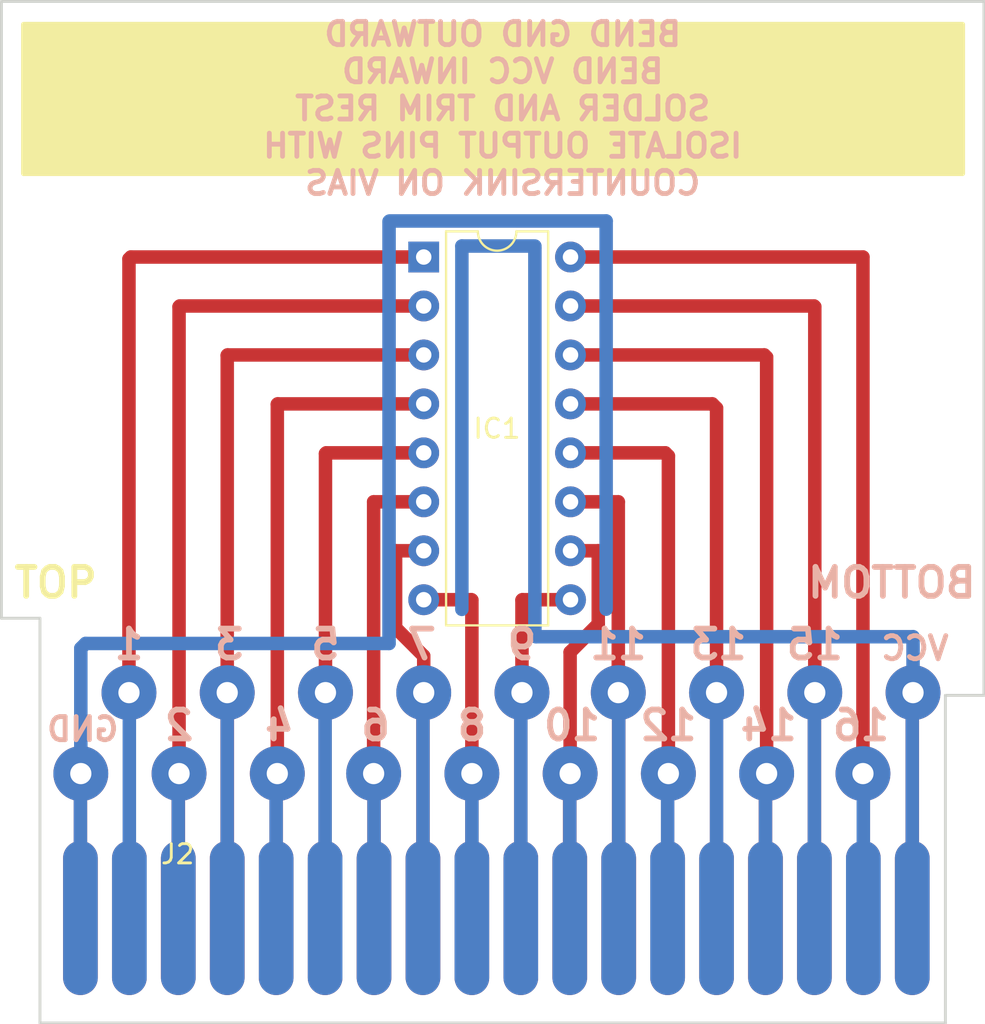
<source format=kicad_pcb>
(kicad_pcb (version 4) (host pcbnew 4.0.7)

  (general
    (links 34)
    (no_connects 0)
    (area 89.906665 90.804999 167.895001 148.115)
    (thickness 1.6)
    (drawings 29)
    (tracks 147)
    (zones 0)
    (modules 2)
    (nets 19)
  )

  (page A4)
  (layers
    (0 F.Cu signal hide)
    (31 B.Cu signal)
    (32 B.Adhes user)
    (33 F.Adhes user)
    (34 B.Paste user)
    (35 F.Paste user)
    (36 B.SilkS user)
    (37 F.SilkS user)
    (38 B.Mask user)
    (39 F.Mask user)
    (40 Dwgs.User user)
    (41 Cmts.User user)
    (42 Eco1.User user)
    (43 Eco2.User user)
    (44 Edge.Cuts user)
    (45 Margin user)
    (46 B.CrtYd user)
    (47 F.CrtYd user)
    (48 B.Fab user)
    (49 F.Fab user)
  )

  (setup
    (last_trace_width 0.7)
    (trace_clearance 0.2)
    (zone_clearance 0.508)
    (zone_45_only yes)
    (trace_min 0.2)
    (segment_width 0.2)
    (edge_width 0.15)
    (via_size 2.85)
    (via_drill 1.1)
    (via_min_size 0.4)
    (via_min_drill 0.3)
    (uvia_size 0.3)
    (uvia_drill 0.1)
    (uvias_allowed no)
    (uvia_min_size 0.2)
    (uvia_min_drill 0.1)
    (pcb_text_width 0.3)
    (pcb_text_size 1.5 1.5)
    (mod_edge_width 0.15)
    (mod_text_size 1 1)
    (mod_text_width 0.15)
    (pad_size 1.524 1.524)
    (pad_drill 0.762)
    (pad_to_mask_clearance 0.2)
    (aux_axis_origin 0 0)
    (grid_origin 116.84 91.44)
    (visible_elements 7FFFFFFF)
    (pcbplotparams
      (layerselection 0x010f0_80000001)
      (usegerberextensions false)
      (excludeedgelayer true)
      (linewidth 0.100000)
      (plotframeref false)
      (viasonmask true)
      (mode 1)
      (useauxorigin false)
      (hpglpennumber 1)
      (hpglpenspeed 20)
      (hpglpendiameter 15)
      (hpglpenoverlay 2)
      (psnegative false)
      (psa4output false)
      (plotreference true)
      (plotvalue true)
      (plotinvisibletext false)
      (padsonsilk false)
      (subtractmaskfromsilk false)
      (outputformat 1)
      (mirror false)
      (drillshape 0)
      (scaleselection 1)
      (outputdirectory gerbs/))
  )

  (net 0 "")
  (net 1 1)
  (net 2 9)
  (net 3 2)
  (net 4 10)
  (net 5 3)
  (net 6 11)
  (net 7 4)
  (net 8 12)
  (net 9 5)
  (net 10 13)
  (net 11 6)
  (net 12 14)
  (net 13 7)
  (net 14 15)
  (net 15 8)
  (net 16 16)
  (net 17 VCC)
  (net 18 GND)

  (net_class Default "This is the default net class."
    (clearance 0.2)
    (trace_width 0.7)
    (via_dia 2.85)
    (via_drill 1.1)
    (uvia_dia 0.3)
    (uvia_drill 0.1)
    (add_net 1)
    (add_net 10)
    (add_net 11)
    (add_net 12)
    (add_net 13)
    (add_net 14)
    (add_net 15)
    (add_net 16)
    (add_net 2)
    (add_net 3)
    (add_net 4)
    (add_net 5)
    (add_net 6)
    (add_net 7)
    (add_net 8)
    (add_net 9)
    (add_net GND)
    (add_net VCC)
  )

  (module Housings_DIP:DIP-16_W7.62mm (layer F.Cu) (tedit 5AC16560) (tstamp 5AC11F49)
    (at 138.74 104.14)
    (descr "16-lead though-hole mounted DIP package, row spacing 7.62 mm (300 mils)")
    (tags "THT DIP DIL PDIP 2.54mm 7.62mm 300mil")
    (path /5AC10803)
    (fp_text reference IC1 (at 3.8 8.9) (layer F.SilkS)
      (effects (font (size 1 1) (thickness 0.15)))
    )
    (fp_text value Conn_02x08_Counter_Clockwise (at -36.8 -5.5) (layer F.Fab)
      (effects (font (size 1 1) (thickness 0.15)))
    )
    (fp_arc (start 3.81 -1.33) (end 2.81 -1.33) (angle -180) (layer F.SilkS) (width 0.12))
    (fp_line (start 1.635 -1.27) (end 6.985 -1.27) (layer F.Fab) (width 0.1))
    (fp_line (start 6.985 -1.27) (end 6.985 19.05) (layer F.Fab) (width 0.1))
    (fp_line (start 6.985 19.05) (end 0.635 19.05) (layer F.Fab) (width 0.1))
    (fp_line (start 0.635 19.05) (end 0.635 -0.27) (layer F.Fab) (width 0.1))
    (fp_line (start 0.635 -0.27) (end 1.635 -1.27) (layer F.Fab) (width 0.1))
    (fp_line (start 2.81 -1.33) (end 1.16 -1.33) (layer F.SilkS) (width 0.12))
    (fp_line (start 1.16 -1.33) (end 1.16 19.11) (layer F.SilkS) (width 0.12))
    (fp_line (start 1.16 19.11) (end 6.46 19.11) (layer F.SilkS) (width 0.12))
    (fp_line (start 6.46 19.11) (end 6.46 -1.33) (layer F.SilkS) (width 0.12))
    (fp_line (start 6.46 -1.33) (end 4.81 -1.33) (layer F.SilkS) (width 0.12))
    (fp_line (start -1.1 -1.55) (end -1.1 19.3) (layer F.CrtYd) (width 0.05))
    (fp_line (start -1.1 19.3) (end 8.7 19.3) (layer F.CrtYd) (width 0.05))
    (fp_line (start 8.7 19.3) (end 8.7 -1.55) (layer F.CrtYd) (width 0.05))
    (fp_line (start 8.7 -1.55) (end -1.1 -1.55) (layer F.CrtYd) (width 0.05))
    (fp_text user %R (at 3.81 8.89) (layer F.Fab)
      (effects (font (size 1 1) (thickness 0.15)))
    )
    (pad 1 thru_hole rect (at 0 0) (size 1.6 1.6) (drill 0.8) (layers *.Cu *.Mask)
      (net 1 1))
    (pad 9 thru_hole oval (at 7.62 17.78) (size 1.6 1.6) (drill 0.8) (layers *.Cu *.Mask)
      (net 2 9))
    (pad 2 thru_hole oval (at 0 2.54) (size 1.6 1.6) (drill 0.8) (layers *.Cu *.Mask)
      (net 3 2))
    (pad 10 thru_hole oval (at 7.62 15.24) (size 1.6 1.6) (drill 0.8) (layers *.Cu *.Mask)
      (net 4 10))
    (pad 3 thru_hole oval (at 0 5.08) (size 1.6 1.6) (drill 0.8) (layers *.Cu *.Mask)
      (net 5 3))
    (pad 11 thru_hole oval (at 7.62 12.7) (size 1.6 1.6) (drill 0.8) (layers *.Cu *.Mask)
      (net 6 11))
    (pad 4 thru_hole oval (at 0 7.62) (size 1.6 1.6) (drill 0.8) (layers *.Cu *.Mask)
      (net 7 4))
    (pad 12 thru_hole oval (at 7.62 10.16) (size 1.6 1.6) (drill 0.8) (layers *.Cu *.Mask)
      (net 8 12))
    (pad 5 thru_hole oval (at 0 10.16) (size 1.6 1.6) (drill 0.8) (layers *.Cu *.Mask)
      (net 9 5))
    (pad 13 thru_hole oval (at 7.62 7.62) (size 1.6 1.6) (drill 0.8) (layers *.Cu *.Mask)
      (net 10 13))
    (pad 6 thru_hole oval (at 0 12.7) (size 1.6 1.6) (drill 0.8) (layers *.Cu *.Mask)
      (net 11 6))
    (pad 14 thru_hole oval (at 7.62 5.08) (size 1.6 1.6) (drill 0.8) (layers *.Cu *.Mask)
      (net 12 14))
    (pad 7 thru_hole oval (at 0 15.24) (size 1.6 1.6) (drill 0.8) (layers *.Cu *.Mask)
      (net 13 7))
    (pad 15 thru_hole oval (at 7.62 2.54) (size 1.6 1.6) (drill 0.8) (layers *.Cu *.Mask)
      (net 14 15))
    (pad 8 thru_hole oval (at 0 17.78) (size 1.6 1.6) (drill 0.8) (layers *.Cu *.Mask)
      (net 15 8))
    (pad 16 thru_hole oval (at 7.62 0) (size 1.6 1.6) (drill 0.8) (layers *.Cu *.Mask)
      (net 16 16))
    (model ${KISYS3DMOD}/Housings_DIP.3dshapes/DIP-16_W7.62mm.wrl
      (at (xyz 0 0 0))
      (scale (xyz 1 1 1))
      (rotate (xyz 0 0 0))
    )
  )

  (module hpedge:HP_REF_EDGE (layer F.Cu) (tedit 5AC1656A) (tstamp 5AC11F71)
    (at 120.92 138.43)
    (path /5AC13974)
    (fp_text reference J2 (at 5.05 -3.31) (layer F.SilkS)
      (effects (font (size 1 1) (thickness 0.15)))
    )
    (fp_text value ref_edge (at 23.82 8.61) (layer F.Fab)
      (effects (font (size 1 1) (thickness 0.15)))
    )
    (pad B1 connect oval (at 0 0) (size 1.8 8) (layers B.Cu B.Mask)
      (net 18 GND))
    (pad B2 connect oval (at 2.54 0) (size 1.8 8) (layers B.Cu B.Mask)
      (net 1 1))
    (pad B3 connect oval (at 5.08 0) (size 1.8 8) (layers B.Cu B.Mask)
      (net 3 2))
    (pad B4 connect oval (at 7.62 0) (size 1.8 8) (layers B.Cu B.Mask)
      (net 5 3))
    (pad B5 connect oval (at 10.16 0) (size 1.8 8) (layers B.Cu B.Mask)
      (net 7 4))
    (pad B6 connect oval (at 12.7 0) (size 1.8 8) (layers B.Cu B.Mask)
      (net 9 5))
    (pad B7 connect oval (at 15.24 0) (size 1.8 8) (layers B.Cu B.Mask)
      (net 11 6))
    (pad B8 connect oval (at 17.78 0) (size 1.8 8) (layers B.Cu B.Mask)
      (net 13 7))
    (pad B9 connect oval (at 20.32 0) (size 1.8 8) (layers B.Cu B.Mask)
      (net 15 8))
    (pad B10 connect oval (at 22.86 0) (size 1.8 8) (layers B.Cu B.Mask)
      (net 2 9))
    (pad B11 connect oval (at 25.4 0) (size 1.8 8) (layers B.Cu B.Mask)
      (net 4 10))
    (pad B12 connect oval (at 27.94 0) (size 1.8 8) (layers B.Cu B.Mask)
      (net 6 11))
    (pad B13 connect oval (at 30.48 0) (size 1.8 8) (layers B.Cu B.Mask)
      (net 8 12))
    (pad B14 connect oval (at 33.02 0) (size 1.8 8) (layers B.Cu B.Mask)
      (net 10 13))
    (pad B15 connect oval (at 35.56 0) (size 1.8 8) (layers B.Cu B.Mask)
      (net 12 14))
    (pad B16 connect oval (at 38.1 0) (size 1.8 8) (layers B.Cu B.Mask)
      (net 14 15))
    (pad B17 connect oval (at 40.64 0) (size 1.8 8) (layers B.Cu B.Mask)
      (net 16 16))
    (pad B18 connect oval (at 43.18 0) (size 1.8 8) (layers B.Cu B.Mask)
      (net 17 VCC))
    (pad A18 connect oval (at 43.18 0) (size 1.8 8) (layers F.Cu F.Mask)
      (net 17 VCC))
    (pad A17 connect oval (at 40.64 0) (size 1.8 8) (layers F.Cu F.Mask)
      (net 16 16))
    (pad A16 connect oval (at 38.1 0) (size 1.8 8) (layers F.Cu F.Mask)
      (net 14 15))
    (pad A15 connect oval (at 35.56 0) (size 1.8 8) (layers F.Cu F.Mask)
      (net 12 14))
    (pad A14 connect oval (at 33.02 0) (size 1.8 8) (layers F.Cu F.Mask)
      (net 10 13))
    (pad A13 connect oval (at 30.48 0) (size 1.8 8) (layers F.Cu F.Mask)
      (net 8 12))
    (pad A12 connect oval (at 27.94 0) (size 1.8 8) (layers F.Cu F.Mask)
      (net 6 11))
    (pad A11 connect oval (at 25.4 0) (size 1.8 8) (layers F.Cu F.Mask)
      (net 4 10))
    (pad A10 connect oval (at 22.86 0) (size 1.8 8) (layers F.Cu F.Mask)
      (net 2 9))
    (pad A9 connect oval (at 20.32 0) (size 1.8 8) (layers F.Cu F.Mask)
      (net 15 8))
    (pad A8 connect oval (at 17.78 0) (size 1.8 8) (layers F.Cu F.Mask)
      (net 13 7))
    (pad A7 connect oval (at 15.24 0) (size 1.8 8) (layers F.Cu F.Mask)
      (net 11 6))
    (pad A6 connect oval (at 12.7 0) (size 1.8 8) (layers F.Cu F.Mask)
      (net 9 5))
    (pad A5 connect oval (at 10.16 0) (size 1.8 8) (layers F.Cu F.Mask)
      (net 7 4))
    (pad A4 connect oval (at 7.62 0) (size 1.8 8) (layers F.Cu F.Mask)
      (net 5 3))
    (pad A3 connect oval (at 5.08 0) (size 1.8 8) (layers F.Cu F.Mask)
      (net 3 2))
    (pad A2 connect oval (at 2.54 0) (size 1.8 8) (layers F.Cu F.Mask)
      (net 1 1))
    (pad A1 connect oval (at 0 0) (size 1.8 8) (layers F.Cu F.Mask)
      (net 18 GND))
  )

  (gr_text "BEND GND OUTWARD\nBEND VCC INWARD\nSOLDER AND TRIM REST\nISOLATE OUTPUT PINS WITH\nCOUNTERSINK ON VIAS" (at 142.84 96.44) (layer B.SilkS)
    (effects (font (size 1.2 1.2) (thickness 0.25)) (justify mirror))
  )
  (gr_text 16 (at 161.44 128.44) (layer B.SilkS)
    (effects (font (size 1.5 1.5) (thickness 0.3)) (justify mirror))
  )
  (gr_text 15 (at 159.04 124.24) (layer B.SilkS)
    (effects (font (size 1.5 1.5) (thickness 0.3)) (justify mirror))
  )
  (gr_text 14 (at 156.64 128.44) (layer B.SilkS)
    (effects (font (size 1.5 1.5) (thickness 0.3)) (justify mirror))
  )
  (gr_text 13 (at 154.04 124.24) (layer B.SilkS)
    (effects (font (size 1.5 1.5) (thickness 0.3)) (justify mirror))
  )
  (gr_text 12 (at 151.44 128.44) (layer B.SilkS)
    (effects (font (size 1.5 1.5) (thickness 0.3)) (justify mirror))
  )
  (gr_text 11 (at 148.84 124.24) (layer B.SilkS)
    (effects (font (size 1.5 1.5) (thickness 0.3)) (justify mirror))
  )
  (gr_text 10 (at 146.44 128.44) (layer B.SilkS)
    (effects (font (size 1.5 1.5) (thickness 0.3)) (justify mirror))
  )
  (gr_text 9 (at 143.84 124.24) (layer B.SilkS)
    (effects (font (size 1.5 1.5) (thickness 0.3)) (justify mirror))
  )
  (gr_text 8 (at 141.24 128.44) (layer B.SilkS)
    (effects (font (size 1.5 1.5) (thickness 0.3)) (justify mirror))
  )
  (gr_text 7 (at 138.64 124.24) (layer B.SilkS)
    (effects (font (size 1.5 1.5) (thickness 0.3)) (justify mirror))
  )
  (gr_text 6 (at 136.24 128.44) (layer B.SilkS)
    (effects (font (size 1.5 1.5) (thickness 0.3)) (justify mirror))
  )
  (gr_text 4 (at 131.24 128.44) (layer B.SilkS)
    (effects (font (size 1.5 1.5) (thickness 0.3)) (justify mirror))
  )
  (gr_text 2 (at 126.04 128.44) (layer B.SilkS)
    (effects (font (size 1.5 1.5) (thickness 0.3)) (justify mirror))
  )
  (gr_text 5 (at 133.64 124.24) (layer B.SilkS)
    (effects (font (size 1.5 1.5) (thickness 0.3)) (justify mirror))
  )
  (gr_text 3 (at 128.64 124.24) (layer B.SilkS)
    (effects (font (size 1.5 1.5) (thickness 0.3)) (justify mirror))
  )
  (gr_text 1 (at 123.44 124.24) (layer B.SilkS)
    (effects (font (size 1.5 1.5) (thickness 0.3)) (justify mirror))
  )
  (gr_text VCC (at 164.24 124.44) (layer B.SilkS)
    (effects (font (size 1.2 1.2) (thickness 0.25)) (justify mirror))
  )
  (gr_text GND (at 121.04 128.64) (layer B.SilkS)
    (effects (font (size 1.2 1.2) (thickness 0.25)) (justify mirror))
  )
  (gr_text BOTTOM (at 163.04 121.04) (layer B.SilkS)
    (effects (font (size 1.5 1.5) (thickness 0.3)) (justify mirror))
  )
  (gr_text TOP (at 119.64 121.04) (layer F.SilkS)
    (effects (font (size 1.5 1.5) (thickness 0.3)))
  )
  (gr_line (start 116.82 122.88) (end 116.82 90.88) (angle 90) (layer Edge.Cuts) (width 0.15))
  (gr_line (start 118.82 122.88) (end 116.82 122.88) (angle 90) (layer Edge.Cuts) (width 0.15))
  (gr_line (start 118.82 143.88) (end 118.82 122.88) (angle 90) (layer Edge.Cuts) (width 0.15))
  (gr_line (start 167.82 126.88) (end 167.82 90.88) (angle 90) (layer Edge.Cuts) (width 0.15))
  (gr_line (start 165.82 126.88) (end 167.82 126.88) (angle 90) (layer Edge.Cuts) (width 0.15))
  (gr_line (start 165.82 143.88) (end 165.82 126.88) (angle 90) (layer Edge.Cuts) (width 0.15))
  (gr_line (start 165.82 143.88) (end 118.82 143.88) (angle 90) (layer Edge.Cuts) (width 0.15))
  (gr_line (start 116.82 90.88) (end 167.82 90.88) (angle 90) (layer Edge.Cuts) (width 0.15))

  (segment (start 138.74 104.14) (end 123.54 104.14) (width 0.7) (layer F.Cu) (net 1))
  (segment (start 123.44 104.24) (end 123.44 126.74) (width 0.7) (layer F.Cu) (net 1) (tstamp 5AC1646F))
  (segment (start 123.54 104.14) (end 123.44 104.24) (width 0.7) (layer F.Cu) (net 1) (tstamp 5AC1646A))
  (segment (start 123.46 138.43) (end 123.46 126.76) (width 0.7) (layer F.Cu) (net 1))
  (segment (start 123.46 126.76) (end 123.44 126.74) (width 0.7) (layer F.Cu) (net 1) (tstamp 5AC122DE))
  (via (at 123.44 126.74) (size 2.85) (drill 1.1) (layers F.Cu B.Cu) (net 1))
  (segment (start 123.44 126.74) (end 123.46 126.76) (width 0.7) (layer B.Cu) (net 1) (tstamp 5AC122F1))
  (segment (start 123.46 126.76) (end 123.46 138.43) (width 0.7) (layer B.Cu) (net 1) (tstamp 5AC122F2))
  (segment (start 146.36 121.92) (end 143.86 121.92) (width 0.7) (layer F.Cu) (net 2))
  (segment (start 143.84 121.94) (end 143.84 126.74) (width 0.7) (layer F.Cu) (net 2) (tstamp 5AC16464))
  (segment (start 143.86 121.92) (end 143.84 121.94) (width 0.7) (layer F.Cu) (net 2) (tstamp 5AC16460))
  (segment (start 143.78 138.43) (end 143.78 126.8) (width 0.7) (layer F.Cu) (net 2))
  (segment (start 143.78 126.8) (end 143.84 126.74) (width 0.7) (layer F.Cu) (net 2) (tstamp 5AC123F3))
  (via (at 143.84 126.74) (size 2.85) (drill 1.1) (layers F.Cu B.Cu) (net 2))
  (segment (start 143.84 126.74) (end 143.78 126.8) (width 0.7) (layer B.Cu) (net 2) (tstamp 5AC123F8))
  (segment (start 143.78 126.8) (end 143.78 138.43) (width 0.7) (layer B.Cu) (net 2) (tstamp 5AC123F9))
  (segment (start 138.74 106.68) (end 126.08 106.68) (width 0.7) (layer F.Cu) (net 3))
  (segment (start 126.04 106.72) (end 126.04 130.94) (width 0.7) (layer F.Cu) (net 3) (tstamp 5AC1647A))
  (segment (start 126.08 106.68) (end 126.04 106.72) (width 0.7) (layer F.Cu) (net 3) (tstamp 5AC16473))
  (segment (start 126 138.43) (end 126 130.98) (width 0.7) (layer F.Cu) (net 3))
  (segment (start 126 130.98) (end 126.04 130.94) (width 0.7) (layer F.Cu) (net 3) (tstamp 5AC12326))
  (via (at 126.04 130.94) (size 2.85) (drill 1.1) (layers F.Cu B.Cu) (net 3))
  (segment (start 126.04 130.94) (end 126 130.98) (width 0.7) (layer B.Cu) (net 3) (tstamp 5AC1232E))
  (segment (start 126 130.98) (end 126 138.43) (width 0.7) (layer B.Cu) (net 3) (tstamp 5AC1232F))
  (segment (start 146.36 119.38) (end 147.8 119.38) (width 0.7) (layer F.Cu) (net 4))
  (segment (start 147.8 119.38) (end 147.8 123.18) (width 0.7) (layer F.Cu) (net 4))
  (segment (start 147.8 123.18) (end 146.34 124.64) (width 0.7) (layer F.Cu) (net 4))
  (segment (start 146.34 124.64) (end 146.34 130.94) (width 0.7) (layer F.Cu) (net 4))
  (segment (start 146.32 138.43) (end 146.32 130.96) (width 0.7) (layer F.Cu) (net 4))
  (segment (start 146.32 130.96) (end 146.34 130.94) (width 0.7) (layer F.Cu) (net 4) (tstamp 5AC1237B))
  (via (at 146.34 130.94) (size 2.85) (drill 1.1) (layers F.Cu B.Cu) (net 4))
  (segment (start 146.34 130.94) (end 146.32 130.96) (width 0.7) (layer B.Cu) (net 4) (tstamp 5AC12383))
  (segment (start 146.32 130.96) (end 146.32 138.43) (width 0.7) (layer B.Cu) (net 4) (tstamp 5AC12384))
  (segment (start 138.74 109.22) (end 128.56 109.22) (width 0.7) (layer F.Cu) (net 5))
  (segment (start 128.54 109.24) (end 128.54 126.74) (width 0.7) (layer F.Cu) (net 5) (tstamp 5AC16482))
  (segment (start 128.56 109.22) (end 128.54 109.24) (width 0.7) (layer F.Cu) (net 5) (tstamp 5AC1647E))
  (segment (start 128.54 138.43) (end 128.54 126.74) (width 0.7) (layer F.Cu) (net 5))
  (segment (start 128.54 126.74) (end 128.54 138.43) (width 0.7) (layer B.Cu) (net 5) (tstamp 5AC123CB))
  (via (at 128.54 126.74) (size 2.85) (drill 1.1) (layers F.Cu B.Cu) (net 5))
  (segment (start 146.36 116.84) (end 148.84 116.84) (width 0.7) (layer F.Cu) (net 6))
  (segment (start 148.84 116.84) (end 148.84 126.74) (width 0.7) (layer F.Cu) (net 6) (tstamp 5AC16422))
  (segment (start 148.86 138.43) (end 148.86 126.76) (width 0.7) (layer F.Cu) (net 6))
  (segment (start 148.86 126.76) (end 148.84 126.74) (width 0.7) (layer F.Cu) (net 6) (tstamp 5AC123FD))
  (via (at 148.84 126.74) (size 2.85) (drill 1.1) (layers F.Cu B.Cu) (net 6))
  (segment (start 148.84 126.74) (end 148.86 126.76) (width 0.7) (layer B.Cu) (net 6) (tstamp 5AC1240A))
  (segment (start 148.86 126.76) (end 148.86 138.43) (width 0.7) (layer B.Cu) (net 6) (tstamp 5AC1240B))
  (segment (start 138.74 111.76) (end 131.16 111.76) (width 0.7) (layer F.Cu) (net 7))
  (segment (start 131.14 111.78) (end 131.14 130.94) (width 0.7) (layer F.Cu) (net 7) (tstamp 5AC16490))
  (segment (start 131.16 111.76) (end 131.14 111.78) (width 0.7) (layer F.Cu) (net 7) (tstamp 5AC16485))
  (segment (start 131.08 138.43) (end 131.08 131) (width 0.7) (layer F.Cu) (net 7))
  (segment (start 131.08 131) (end 131.14 130.94) (width 0.7) (layer F.Cu) (net 7) (tstamp 5AC1233E))
  (via (at 131.14 130.94) (size 2.85) (drill 1.1) (layers F.Cu B.Cu) (net 7))
  (segment (start 131.14 130.94) (end 131.08 131) (width 0.7) (layer B.Cu) (net 7) (tstamp 5AC12346))
  (segment (start 131.08 131) (end 131.08 138.43) (width 0.7) (layer B.Cu) (net 7) (tstamp 5AC12347))
  (segment (start 146.36 114.3) (end 151.28 114.3) (width 0.7) (layer F.Cu) (net 8))
  (segment (start 151.44 114.46) (end 151.44 130.94) (width 0.7) (layer F.Cu) (net 8) (tstamp 5AC1641D))
  (segment (start 151.28 114.3) (end 151.44 114.46) (width 0.7) (layer F.Cu) (net 8) (tstamp 5AC16419))
  (segment (start 151.4 138.43) (end 151.4 130.98) (width 0.7) (layer F.Cu) (net 8))
  (segment (start 151.4 130.98) (end 151.44 130.94) (width 0.7) (layer F.Cu) (net 8) (tstamp 5AC1238A))
  (via (at 151.44 130.94) (size 2.85) (drill 1.1) (layers F.Cu B.Cu) (net 8))
  (segment (start 151.44 130.94) (end 151.4 130.98) (width 0.7) (layer B.Cu) (net 8) (tstamp 5AC12392))
  (segment (start 151.4 130.98) (end 151.4 138.43) (width 0.7) (layer B.Cu) (net 8) (tstamp 5AC12393))
  (segment (start 138.74 114.3) (end 133.68 114.3) (width 0.7) (layer F.Cu) (net 9))
  (segment (start 133.64 114.34) (end 133.64 126.74) (width 0.7) (layer F.Cu) (net 9) (tstamp 5AC1649D))
  (segment (start 133.68 114.3) (end 133.64 114.34) (width 0.7) (layer F.Cu) (net 9) (tstamp 5AC16496))
  (segment (start 133.62 138.43) (end 133.62 126.76) (width 0.7) (layer F.Cu) (net 9))
  (segment (start 133.62 126.76) (end 133.64 126.74) (width 0.7) (layer F.Cu) (net 9) (tstamp 5AC123D2))
  (via (at 133.64 126.74) (size 2.85) (drill 1.1) (layers F.Cu B.Cu) (net 9))
  (segment (start 133.64 126.74) (end 133.62 126.76) (width 0.7) (layer B.Cu) (net 9) (tstamp 5AC123DD))
  (segment (start 133.62 126.76) (end 133.62 138.43) (width 0.7) (layer B.Cu) (net 9) (tstamp 5AC123DE))
  (segment (start 146.36 111.76) (end 153.72 111.76) (width 0.7) (layer F.Cu) (net 10))
  (segment (start 153.94 111.98) (end 153.94 126.74) (width 0.7) (layer F.Cu) (net 10) (tstamp 5AC16415))
  (segment (start 153.72 111.76) (end 153.94 111.98) (width 0.7) (layer F.Cu) (net 10) (tstamp 5AC1640F))
  (segment (start 153.94 138.43) (end 153.94 126.74) (width 0.7) (layer F.Cu) (net 10))
  (segment (start 153.94 126.74) (end 153.94 138.43) (width 0.7) (layer B.Cu) (net 10) (tstamp 5AC12413))
  (via (at 153.94 126.74) (size 2.85) (drill 1.1) (layers F.Cu B.Cu) (net 10))
  (segment (start 138.74 116.84) (end 136.14 116.84) (width 0.7) (layer F.Cu) (net 11))
  (segment (start 136.14 116.84) (end 136.14 130.94) (width 0.7) (layer F.Cu) (net 11) (tstamp 5AC164AA))
  (segment (start 136.16 138.43) (end 136.16 130.96) (width 0.7) (layer F.Cu) (net 11))
  (segment (start 136.16 130.96) (end 136.14 130.94) (width 0.7) (layer F.Cu) (net 11) (tstamp 5AC1234C))
  (via (at 136.14 130.94) (size 2.85) (drill 1.1) (layers F.Cu B.Cu) (net 11))
  (segment (start 136.14 130.94) (end 136.16 130.96) (width 0.7) (layer B.Cu) (net 11) (tstamp 5AC12352))
  (segment (start 136.16 130.96) (end 136.16 138.43) (width 0.7) (layer B.Cu) (net 11) (tstamp 5AC12353))
  (segment (start 146.36 109.22) (end 156.42 109.22) (width 0.7) (layer F.Cu) (net 12))
  (segment (start 156.54 109.34) (end 156.54 130.94) (width 0.7) (layer F.Cu) (net 12) (tstamp 5AC16409))
  (segment (start 156.42 109.22) (end 156.54 109.34) (width 0.7) (layer F.Cu) (net 12) (tstamp 5AC163FB))
  (segment (start 156.48 138.43) (end 156.48 131) (width 0.7) (layer F.Cu) (net 12))
  (segment (start 156.48 131) (end 156.54 130.94) (width 0.7) (layer F.Cu) (net 12) (tstamp 5AC1239B))
  (via (at 156.54 130.94) (size 2.85) (drill 1.1) (layers F.Cu B.Cu) (net 12))
  (segment (start 156.54 130.94) (end 156.48 131) (width 0.7) (layer B.Cu) (net 12) (tstamp 5AC123A4))
  (segment (start 156.48 131) (end 156.48 138.43) (width 0.7) (layer B.Cu) (net 12) (tstamp 5AC123A5))
  (segment (start 138.74 119.38) (end 137.28 119.38) (width 0.7) (layer F.Cu) (net 13))
  (segment (start 137.28 119.38) (end 137.28 123.38) (width 0.7) (layer F.Cu) (net 13))
  (segment (start 137.28 123.38) (end 138.74 124.84) (width 0.7) (layer F.Cu) (net 13))
  (segment (start 138.74 124.84) (end 138.74 126.74) (width 0.7) (layer F.Cu) (net 13))
  (segment (start 138.7 119.38) (end 138.74 119.38) (width 0.7) (layer F.Cu) (net 13) (tstamp 5AC124F0) (status 20))
  (segment (start 138.7 138.43) (end 138.7 126.78) (width 0.7) (layer F.Cu) (net 13))
  (segment (start 138.7 126.78) (end 138.74 126.74) (width 0.7) (layer F.Cu) (net 13) (tstamp 5AC123E1))
  (via (at 138.74 126.74) (size 2.85) (drill 1.1) (layers F.Cu B.Cu) (net 13))
  (segment (start 138.74 126.74) (end 138.7 126.78) (width 0.7) (layer B.Cu) (net 13) (tstamp 5AC123EE))
  (segment (start 138.7 126.78) (end 138.7 138.43) (width 0.7) (layer B.Cu) (net 13) (tstamp 5AC123EF))
  (segment (start 146.36 106.68) (end 159 106.68) (width 0.7) (layer F.Cu) (net 14))
  (segment (start 159.04 106.72) (end 159.04 126.74) (width 0.7) (layer F.Cu) (net 14) (tstamp 5AC163F6))
  (segment (start 159 106.68) (end 159.04 106.72) (width 0.7) (layer F.Cu) (net 14) (tstamp 5AC163F0))
  (segment (start 159.02 138.43) (end 159.02 126.76) (width 0.7) (layer F.Cu) (net 14))
  (segment (start 159.02 126.76) (end 159.04 126.74) (width 0.7) (layer F.Cu) (net 14) (tstamp 5AC12416))
  (via (at 159.04 126.74) (size 2.85) (drill 1.1) (layers F.Cu B.Cu) (net 14))
  (segment (start 159.04 126.74) (end 159.02 126.76) (width 0.7) (layer B.Cu) (net 14) (tstamp 5AC1241D))
  (segment (start 159.02 126.76) (end 159.02 138.43) (width 0.7) (layer B.Cu) (net 14) (tstamp 5AC1241E))
  (segment (start 141.24 130.94) (end 141.24 121.94) (width 0.7) (layer F.Cu) (net 15))
  (segment (start 141.22 121.92) (end 138.74 121.92) (width 0.7) (layer F.Cu) (net 15) (tstamp 5AC164DA))
  (segment (start 141.24 121.94) (end 141.22 121.92) (width 0.7) (layer F.Cu) (net 15) (tstamp 5AC164D5))
  (segment (start 141.24 138.43) (end 141.24 130.94) (width 0.7) (layer F.Cu) (net 15))
  (segment (start 141.24 130.94) (end 141.24 138.43) (width 0.7) (layer B.Cu) (net 15) (tstamp 5AC12363))
  (via (at 141.24 130.94) (size 2.85) (drill 1.1) (layers F.Cu B.Cu) (net 15))
  (segment (start 146.36 104.14) (end 161.54 104.14) (width 0.7) (layer F.Cu) (net 16))
  (segment (start 161.54 104.14) (end 161.54 130.94) (width 0.7) (layer F.Cu) (net 16) (tstamp 5AC163DE))
  (segment (start 161.56 138.43) (end 161.56 130.96) (width 0.7) (layer F.Cu) (net 16))
  (segment (start 161.56 130.96) (end 161.54 130.94) (width 0.7) (layer F.Cu) (net 16) (tstamp 5AC123AC))
  (via (at 161.54 130.94) (size 2.85) (drill 1.1) (layers F.Cu B.Cu) (net 16))
  (segment (start 161.54 130.94) (end 161.56 130.96) (width 0.7) (layer B.Cu) (net 16) (tstamp 5AC123B6))
  (segment (start 161.56 130.96) (end 161.56 138.43) (width 0.7) (layer B.Cu) (net 16) (tstamp 5AC123B7))
  (segment (start 164.14 126.74) (end 164.14 123.84) (width 0.7) (layer B.Cu) (net 17))
  (segment (start 164.14 123.84) (end 144.570001 123.84) (width 0.7) (layer B.Cu) (net 17))
  (segment (start 144.570001 123.84) (end 144.509999 123.779998) (width 0.7) (layer B.Cu) (net 17))
  (segment (start 144.509999 123.779998) (end 144.509999 103.64) (width 0.7) (layer B.Cu) (net 17))
  (segment (start 140.720002 103.570001) (end 140.720002 122.420002) (width 0.7) (layer B.Cu) (net 17))
  (segment (start 144.509999 103.570001) (end 140.720002 103.570001) (width 0.7) (layer B.Cu) (net 17))
  (segment (start 144.509999 103.670001) (end 144.479998 103.64) (width 0.7) (layer B.Cu) (net 17))
  (segment (start 164.1 138.43) (end 164.1 126.78) (width 0.7) (layer F.Cu) (net 17))
  (segment (start 164.1 126.78) (end 164.14 126.74) (width 0.7) (layer F.Cu) (net 17) (tstamp 5AC12421))
  (via (at 164.14 126.74) (size 2.85) (drill 1.1) (layers F.Cu B.Cu) (net 17))
  (segment (start 164.14 126.74) (end 164.1 126.78) (width 0.7) (layer B.Cu) (net 17) (tstamp 5AC1242C))
  (segment (start 164.1 126.78) (end 164.1 138.43) (width 0.7) (layer B.Cu) (net 17) (tstamp 5AC1242D))
  (segment (start 136.94 124.189999) (end 121.190001 124.189999) (width 0.7) (layer B.Cu) (net 18))
  (segment (start 121.190001 124.189999) (end 120.94 124.44) (width 0.7) (layer B.Cu) (net 18))
  (segment (start 136.969999 102.269999) (end 148.210001 102.269999) (width 0.7) (layer B.Cu) (net 18))
  (segment (start 136.969999 102.369999) (end 136.94 102.34) (width 0.7) (layer B.Cu) (net 18))
  (segment (start 148.210001 122.410001) (end 148.210001 102.269999) (width 0.7) (layer B.Cu) (net 18))
  (segment (start 137.02 102.319998) (end 136.969999 102.369999) (width 0.7) (layer B.Cu) (net 18))
  (segment (start 136.94 102.290001) (end 136.94 124.189999) (width 0.7) (layer B.Cu) (net 18))
  (segment (start 120.94 124.44) (end 120.94 130.94) (width 0.7) (layer B.Cu) (net 18))
  (segment (start 120.92 138.43) (end 120.92 130.96) (width 0.7) (layer F.Cu) (net 18))
  (segment (start 120.92 130.96) (end 120.94 130.94) (width 0.7) (layer F.Cu) (net 18) (tstamp 5AC122CA))
  (via (at 120.94 130.94) (size 2.85) (drill 1.1) (layers F.Cu B.Cu) (net 18))
  (segment (start 120.94 130.94) (end 120.92 130.96) (width 0.7) (layer B.Cu) (net 18) (tstamp 5AC122CF))
  (segment (start 120.92 130.96) (end 120.92 138.43) (width 0.7) (layer B.Cu) (net 18) (tstamp 5AC122D0))

  (zone (net 0) (net_name "") (layer B.Mask) (tstamp 5AC15F22) (hatch edge 0.508)
    (connect_pads (clearance 0.508))
    (min_thickness 0.254)
    (fill yes (arc_segments 16) (thermal_gap 0.508) (thermal_bridge_width 0.508))
    (polygon
      (pts
        (xy 165.84 143.94) (xy 118.84 143.94) (xy 118.84 134.14) (xy 165.84 134.14)
      )
    )
    (filled_polygon
      (pts
        (xy 165.713 143.813) (xy 118.967 143.813) (xy 118.967 134.267) (xy 165.713 134.267)
      )
    )
  )
  (zone (net 0) (net_name "") (layer F.Mask) (tstamp 5AC15F59) (hatch edge 0.508)
    (connect_pads (clearance 0.508))
    (min_thickness 0.254)
    (fill yes (arc_segments 16) (thermal_gap 0.508) (thermal_bridge_width 0.508))
    (polygon
      (pts
        (xy 165.84 143.94) (xy 118.74 143.94) (xy 118.74 134.24) (xy 165.84 134.24)
      )
    )
    (filled_polygon
      (pts
        (xy 165.713 143.813) (xy 118.867 143.813) (xy 118.867 134.367) (xy 165.713 134.367)
      )
    )
  )
  (zone (net 0) (net_name "") (layer F.SilkS) (tstamp 5AC165E2) (hatch edge 0.508)
    (connect_pads (clearance 0.508))
    (min_thickness 0.254)
    (fill yes (arc_segments 16) (thermal_gap 0.508) (thermal_bridge_width 0.508))
    (polygon
      (pts
        (xy 166.84 99.94) (xy 117.84 99.94) (xy 117.84 91.94) (xy 166.84 91.94)
      )
    )
    (filled_polygon
      (pts
        (xy 166.713 99.813) (xy 117.967 99.813) (xy 117.967 92.067) (xy 166.713 92.067)
      )
    )
  )
  (zone (net 0) (net_name "") (layer B.Mask) (tstamp 5AC16798) (hatch edge 0.508)
    (connect_pads (clearance 0.508))
    (min_thickness 0.254)
    (fill yes (arc_segments 16) (thermal_gap 0.508) (thermal_bridge_width 0.508))
    (polygon
      (pts
        (xy 148.64 122.84) (xy 147.84 122.84) (xy 147.84 102.64) (xy 137.44 102.64) (xy 137.44 122.84)
        (xy 136.44 122.84) (xy 136.44 101.84) (xy 148.64 101.84)
      )
    )
    (filled_polygon
      (pts
        (xy 148.513 122.713) (xy 147.967 122.713) (xy 147.967 102.64) (xy 147.956994 102.59059) (xy 147.928553 102.548965)
        (xy 147.886159 102.521685) (xy 147.84 102.513) (xy 137.44 102.513) (xy 137.39059 102.523006) (xy 137.348965 102.551447)
        (xy 137.321685 102.593841) (xy 137.313 102.64) (xy 137.313 122.713) (xy 136.567 122.713) (xy 136.567 101.967)
        (xy 148.513 101.967)
      )
    )
  )
  (zone (net 0) (net_name "") (layer B.Mask) (tstamp 5AC167C1) (hatch edge 0.508)
    (connect_pads (clearance 0.508))
    (min_thickness 0.254)
    (fill yes (arc_segments 16) (thermal_gap 0.508) (thermal_bridge_width 0.508))
    (polygon
      (pts
        (xy 145.04 122.84) (xy 144.04 122.84) (xy 144.04 104.04) (xy 141.24 104.04) (xy 141.24 122.84)
        (xy 140.24 122.84) (xy 140.24 103.04) (xy 145.04 103.04)
      )
    )
    (filled_polygon
      (pts
        (xy 144.913 122.713) (xy 144.167 122.713) (xy 144.167 104.04) (xy 144.156994 103.99059) (xy 144.128553 103.948965)
        (xy 144.086159 103.921685) (xy 144.04 103.913) (xy 141.24 103.913) (xy 141.19059 103.923006) (xy 141.148965 103.951447)
        (xy 141.121685 103.993841) (xy 141.113 104.04) (xy 141.113 122.713) (xy 140.367 122.713) (xy 140.367 103.167)
        (xy 144.913 103.167)
      )
    )
  )
)

</source>
